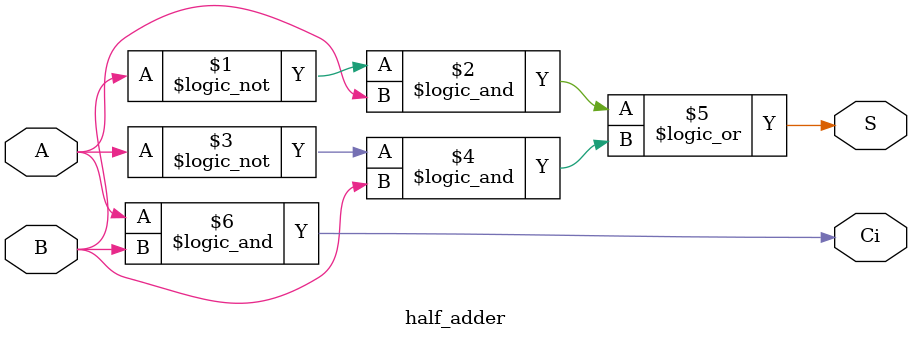
<source format=v>
`timescale 1ns / 1ps


module half_adder(A,B,Ci,S);

input A,B;
output Ci,S;

    assign S = (!B && A)|| (!A && B);
    assign Ci = A&&B;
   
endmodule

</source>
